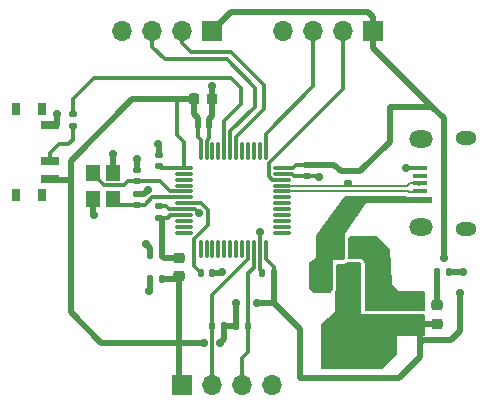
<source format=gbr>
%TF.GenerationSoftware,KiCad,Pcbnew,8.0.5*%
%TF.CreationDate,2024-09-22T14:53:49-07:00*%
%TF.ProjectId,Udemy_STM32_KiCAD_Course,5564656d-795f-4535-944d-33325f4b6943,rev?*%
%TF.SameCoordinates,Original*%
%TF.FileFunction,Copper,L1,Top*%
%TF.FilePolarity,Positive*%
%FSLAX46Y46*%
G04 Gerber Fmt 4.6, Leading zero omitted, Abs format (unit mm)*
G04 Created by KiCad (PCBNEW 8.0.5) date 2024-09-22 14:53:49*
%MOMM*%
%LPD*%
G01*
G04 APERTURE LIST*
G04 Aperture macros list*
%AMRoundRect*
0 Rectangle with rounded corners*
0 $1 Rounding radius*
0 $2 $3 $4 $5 $6 $7 $8 $9 X,Y pos of 4 corners*
0 Add a 4 corners polygon primitive as box body*
4,1,4,$2,$3,$4,$5,$6,$7,$8,$9,$2,$3,0*
0 Add four circle primitives for the rounded corners*
1,1,$1+$1,$2,$3*
1,1,$1+$1,$4,$5*
1,1,$1+$1,$6,$7*
1,1,$1+$1,$8,$9*
0 Add four rect primitives between the rounded corners*
20,1,$1+$1,$2,$3,$4,$5,0*
20,1,$1+$1,$4,$5,$6,$7,0*
20,1,$1+$1,$6,$7,$8,$9,0*
20,1,$1+$1,$8,$9,$2,$3,0*%
G04 Aperture macros list end*
%TA.AperFunction,SMDPad,CuDef*%
%ADD10R,0.800000X1.000000*%
%TD*%
%TA.AperFunction,SMDPad,CuDef*%
%ADD11R,1.500000X0.700000*%
%TD*%
%TA.AperFunction,SMDPad,CuDef*%
%ADD12R,1.200000X1.400000*%
%TD*%
%TA.AperFunction,SMDPad,CuDef*%
%ADD13RoundRect,0.375000X-0.375000X0.625000X-0.375000X-0.625000X0.375000X-0.625000X0.375000X0.625000X0*%
%TD*%
%TA.AperFunction,SMDPad,CuDef*%
%ADD14RoundRect,0.500000X-1.400000X0.500000X-1.400000X-0.500000X1.400000X-0.500000X1.400000X0.500000X0*%
%TD*%
%TA.AperFunction,SMDPad,CuDef*%
%ADD15RoundRect,0.075000X-0.662500X-0.075000X0.662500X-0.075000X0.662500X0.075000X-0.662500X0.075000X0*%
%TD*%
%TA.AperFunction,SMDPad,CuDef*%
%ADD16RoundRect,0.075000X-0.075000X-0.662500X0.075000X-0.662500X0.075000X0.662500X-0.075000X0.662500X0*%
%TD*%
%TA.AperFunction,SMDPad,CuDef*%
%ADD17RoundRect,0.135000X-0.135000X-0.185000X0.135000X-0.185000X0.135000X0.185000X-0.135000X0.185000X0*%
%TD*%
%TA.AperFunction,SMDPad,CuDef*%
%ADD18RoundRect,0.135000X0.135000X0.185000X-0.135000X0.185000X-0.135000X-0.185000X0.135000X-0.185000X0*%
%TD*%
%TA.AperFunction,SMDPad,CuDef*%
%ADD19RoundRect,0.135000X0.185000X-0.135000X0.185000X0.135000X-0.185000X0.135000X-0.185000X-0.135000X0*%
%TD*%
%TA.AperFunction,ComponentPad*%
%ADD20R,1.700000X1.700000*%
%TD*%
%TA.AperFunction,ComponentPad*%
%ADD21O,1.700000X1.700000*%
%TD*%
%TA.AperFunction,ComponentPad*%
%ADD22O,1.800000X1.150000*%
%TD*%
%TA.AperFunction,ComponentPad*%
%ADD23O,2.000000X1.450000*%
%TD*%
%TA.AperFunction,SMDPad,CuDef*%
%ADD24R,1.300000X0.450000*%
%TD*%
%TA.AperFunction,SMDPad,CuDef*%
%ADD25RoundRect,0.218750X0.256250X-0.218750X0.256250X0.218750X-0.256250X0.218750X-0.256250X-0.218750X0*%
%TD*%
%TA.AperFunction,SMDPad,CuDef*%
%ADD26RoundRect,0.218750X-0.256250X0.218750X-0.256250X-0.218750X0.256250X-0.218750X0.256250X0.218750X0*%
%TD*%
%TA.AperFunction,SMDPad,CuDef*%
%ADD27RoundRect,0.140000X0.170000X-0.140000X0.170000X0.140000X-0.170000X0.140000X-0.170000X-0.140000X0*%
%TD*%
%TA.AperFunction,SMDPad,CuDef*%
%ADD28RoundRect,0.140000X-0.140000X-0.170000X0.140000X-0.170000X0.140000X0.170000X-0.140000X0.170000X0*%
%TD*%
%TA.AperFunction,SMDPad,CuDef*%
%ADD29RoundRect,0.140000X0.140000X0.170000X-0.140000X0.170000X-0.140000X-0.170000X0.140000X-0.170000X0*%
%TD*%
%TA.AperFunction,SMDPad,CuDef*%
%ADD30RoundRect,0.140000X-0.170000X0.140000X-0.170000X-0.140000X0.170000X-0.140000X0.170000X0.140000X0*%
%TD*%
%TA.AperFunction,SMDPad,CuDef*%
%ADD31RoundRect,0.225000X-0.225000X-0.250000X0.225000X-0.250000X0.225000X0.250000X-0.225000X0.250000X0*%
%TD*%
%TA.AperFunction,SMDPad,CuDef*%
%ADD32RoundRect,0.250000X0.475000X-0.250000X0.475000X0.250000X-0.475000X0.250000X-0.475000X-0.250000X0*%
%TD*%
%TA.AperFunction,SMDPad,CuDef*%
%ADD33RoundRect,0.250000X-0.250000X-0.475000X0.250000X-0.475000X0.250000X0.475000X-0.250000X0.475000X0*%
%TD*%
%TA.AperFunction,ViaPad*%
%ADD34C,0.700000*%
%TD*%
%TA.AperFunction,Conductor*%
%ADD35C,0.500000*%
%TD*%
%TA.AperFunction,Conductor*%
%ADD36C,0.200000*%
%TD*%
%TA.AperFunction,Conductor*%
%ADD37C,0.300000*%
%TD*%
G04 APERTURE END LIST*
D10*
%TO.P,SW1,*%
%TO.N,*%
X109610000Y-99600000D03*
X107400000Y-99600000D03*
X109610000Y-106900000D03*
X107400000Y-106900000D03*
D11*
%TO.P,SW1,1,A*%
%TO.N,GND*%
X110260000Y-101000000D03*
%TO.P,SW1,2,B*%
%TO.N,/SW_BOOT0*%
X110260000Y-104000000D03*
%TO.P,SW1,3,C*%
%TO.N,+3.3V*%
X110260000Y-105500000D03*
%TD*%
D12*
%TO.P,Y1,4,4*%
%TO.N,GND*%
X115600000Y-105000000D03*
%TO.P,Y1,3,3*%
%TO.N,/HSE_OUT*%
X115600000Y-107200000D03*
%TO.P,Y1,2,2*%
%TO.N,GND*%
X113900000Y-107200000D03*
%TO.P,Y1,1,1*%
%TO.N,/HSE_IN*%
X113900000Y-105000000D03*
%TD*%
D13*
%TO.P,U2,1,GND*%
%TO.N,GND*%
X137800000Y-113850000D03*
%TO.P,U2,2,VO*%
%TO.N,+3.3V*%
X135500000Y-113850000D03*
D14*
X135500000Y-120150000D03*
D13*
%TO.P,U2,3,VI*%
%TO.N,VBUS*%
X133200000Y-113850000D03*
%TD*%
D15*
%TO.P,U1,1,VBAT*%
%TO.N,+3.3V*%
X121587500Y-104587500D03*
%TO.P,U1,2,PC13*%
%TO.N,unconnected-(U1-PC13-Pad2)*%
X121587500Y-105087500D03*
%TO.P,U1,3,PC14*%
%TO.N,unconnected-(U1-PC14-Pad3)*%
X121587500Y-105587500D03*
%TO.P,U1,4,PC15*%
%TO.N,unconnected-(U1-PC15-Pad4)*%
X121587500Y-106087500D03*
%TO.P,U1,5,PD0*%
%TO.N,/HSE_IN*%
X121587500Y-106587500D03*
%TO.P,U1,6,PD1*%
%TO.N,/HSE_OUT*%
X121587500Y-107087500D03*
%TO.P,U1,7,NRST*%
%TO.N,/NRST*%
X121587500Y-107587500D03*
%TO.P,U1,8,VSSA*%
%TO.N,GND*%
X121587500Y-108087500D03*
%TO.P,U1,9,VDDA*%
%TO.N,+3.3VA*%
X121587500Y-108587500D03*
%TO.P,U1,10,PA0*%
%TO.N,unconnected-(U1-PA0-Pad10)*%
X121587500Y-109087500D03*
%TO.P,U1,11,PA1*%
%TO.N,unconnected-(U1-PA1-Pad11)*%
X121587500Y-109587500D03*
%TO.P,U1,12,PA2*%
%TO.N,unconnected-(U1-PA2-Pad12)*%
X121587500Y-110087500D03*
D16*
%TO.P,U1,13,PA3*%
%TO.N,unconnected-(U1-PA3-Pad13)*%
X123000000Y-111500000D03*
%TO.P,U1,14,PA4*%
%TO.N,unconnected-(U1-PA4-Pad14)*%
X123500000Y-111500000D03*
%TO.P,U1,15,PA5*%
%TO.N,unconnected-(U1-PA5-Pad15)*%
X124000000Y-111500000D03*
%TO.P,U1,16,PA6*%
%TO.N,unconnected-(U1-PA6-Pad16)*%
X124500000Y-111500000D03*
%TO.P,U1,17,PA7*%
%TO.N,unconnected-(U1-PA7-Pad17)*%
X125000000Y-111500000D03*
%TO.P,U1,18,PB0*%
%TO.N,unconnected-(U1-PB0-Pad18)*%
X125500000Y-111500000D03*
%TO.P,U1,19,PB1*%
%TO.N,unconnected-(U1-PB1-Pad19)*%
X126000000Y-111500000D03*
%TO.P,U1,20,PB2*%
%TO.N,unconnected-(U1-PB2-Pad20)*%
X126500000Y-111500000D03*
%TO.P,U1,21,PB10*%
%TO.N,/I2C2_SCL*%
X127000000Y-111500000D03*
%TO.P,U1,22,PB11*%
%TO.N,/I2C2_SDA*%
X127500000Y-111500000D03*
%TO.P,U1,23,VSS*%
%TO.N,GND*%
X128000000Y-111500000D03*
%TO.P,U1,24,VDD*%
%TO.N,+3.3V*%
X128500000Y-111500000D03*
D15*
%TO.P,U1,25,PB12*%
%TO.N,unconnected-(U1-PB12-Pad25)*%
X129912500Y-110087500D03*
%TO.P,U1,26,PB13*%
%TO.N,unconnected-(U1-PB13-Pad26)*%
X129912500Y-109587500D03*
%TO.P,U1,27,PB14*%
%TO.N,unconnected-(U1-PB14-Pad27)*%
X129912500Y-109087500D03*
%TO.P,U1,28,PB15*%
%TO.N,unconnected-(U1-PB15-Pad28)*%
X129912500Y-108587500D03*
%TO.P,U1,29,PA8*%
%TO.N,unconnected-(U1-PA8-Pad29)*%
X129912500Y-108087500D03*
%TO.P,U1,30,PA9*%
%TO.N,unconnected-(U1-PA9-Pad30)*%
X129912500Y-107587500D03*
%TO.P,U1,31,PA10*%
%TO.N,unconnected-(U1-PA10-Pad31)*%
X129912500Y-107087500D03*
%TO.P,U1,32,PA11*%
%TO.N,/USB_D-*%
X129912500Y-106587500D03*
%TO.P,U1,33,PA12*%
%TO.N,/USB_D+*%
X129912500Y-106087500D03*
%TO.P,U1,34,PA13*%
%TO.N,/SW_DIO*%
X129912500Y-105587500D03*
%TO.P,U1,35,VSS*%
%TO.N,GND*%
X129912500Y-105087500D03*
%TO.P,U1,36,VDD*%
%TO.N,+3.3V*%
X129912500Y-104587500D03*
D16*
%TO.P,U1,37,PA14*%
%TO.N,/SW_CLK*%
X128500000Y-103175000D03*
%TO.P,U1,38,PA15*%
%TO.N,unconnected-(U1-PA15-Pad38)*%
X128000000Y-103175000D03*
%TO.P,U1,39,PB3*%
%TO.N,unconnected-(U1-PB3-Pad39)*%
X127500000Y-103175000D03*
%TO.P,U1,40,PB4*%
%TO.N,unconnected-(U1-PB4-Pad40)*%
X127000000Y-103175000D03*
%TO.P,U1,41,PB5*%
%TO.N,unconnected-(U1-PB5-Pad41)*%
X126500000Y-103175000D03*
%TO.P,U1,42,PB6*%
%TO.N,/USART1_TX*%
X126000000Y-103175000D03*
%TO.P,U1,43,PB7*%
%TO.N,/USART1_RX*%
X125500000Y-103175000D03*
%TO.P,U1,44,BOOT0*%
%TO.N,/BOOT0*%
X125000000Y-103175000D03*
%TO.P,U1,45,PB8*%
%TO.N,unconnected-(U1-PB8-Pad45)*%
X124500000Y-103175000D03*
%TO.P,U1,46,PB9*%
%TO.N,unconnected-(U1-PB9-Pad46)*%
X124000000Y-103175000D03*
%TO.P,U1,47,VSS*%
%TO.N,GND*%
X123500000Y-103175000D03*
%TO.P,U1,48,VDD*%
%TO.N,+3.3V*%
X123000000Y-103175000D03*
%TD*%
D17*
%TO.P,R5,1*%
%TO.N,+3.3V*%
X126000000Y-118000000D03*
%TO.P,R5,2*%
%TO.N,/I2C2_SDA*%
X127020000Y-118000000D03*
%TD*%
D18*
%TO.P,R4,1*%
%TO.N,+3.3V*%
X125000000Y-118000000D03*
%TO.P,R4,2*%
%TO.N,/I2C2_SCL*%
X123980000Y-118000000D03*
%TD*%
D19*
%TO.P,R3,1*%
%TO.N,/USB_D+*%
X135500000Y-105910000D03*
%TO.P,R3,2*%
%TO.N,+3.3V*%
X135500000Y-104890000D03*
%TD*%
%TO.P,R2,1*%
%TO.N,/SW_BOOT0*%
X112200000Y-101020000D03*
%TO.P,R2,2*%
%TO.N,/BOOT0*%
X112200000Y-100000000D03*
%TD*%
D17*
%TO.P,R1,2*%
%TO.N,GND*%
X144020000Y-113400000D03*
%TO.P,R1,1*%
%TO.N,/PWR__LED_K*%
X143000000Y-113400000D03*
%TD*%
D20*
%TO.P,J4,1,Pin_1*%
%TO.N,+3.3V*%
X121400000Y-123000000D03*
D21*
%TO.P,J4,2,Pin_2*%
%TO.N,/I2C2_SCL*%
X123940000Y-123000000D03*
%TO.P,J4,3,Pin_3*%
%TO.N,/I2C2_SDA*%
X126480000Y-123000000D03*
%TO.P,J4,4,Pin_4*%
%TO.N,GND*%
X129020000Y-123000000D03*
%TD*%
%TO.P,J3,4,Pin_4*%
%TO.N,GND*%
X130000000Y-93000000D03*
%TO.P,J3,3,Pin_3*%
%TO.N,/SW_CLK*%
X132540000Y-93000000D03*
%TO.P,J3,2,Pin_2*%
%TO.N,/SW_DIO*%
X135080000Y-93000000D03*
D20*
%TO.P,J3,1,Pin_1*%
%TO.N,+3.3V*%
X137620000Y-93000000D03*
%TD*%
D21*
%TO.P,J2,4,Pin_4*%
%TO.N,GND*%
X116380000Y-93000000D03*
%TO.P,J2,3,Pin_3*%
%TO.N,/USART1_RX*%
X118920000Y-93000000D03*
%TO.P,J2,2,Pin_2*%
%TO.N,/USART1_TX*%
X121460000Y-93000000D03*
D20*
%TO.P,J2,1,Pin_1*%
%TO.N,+3.3V*%
X124000000Y-93000000D03*
%TD*%
D22*
%TO.P,J1,6,Shield*%
%TO.N,unconnected-(J1-Shield-Pad6)_2*%
X145450000Y-102025000D03*
D23*
%TO.N,unconnected-(J1-Shield-Pad6)_1*%
X141650000Y-102175000D03*
%TO.N,unconnected-(J1-Shield-Pad6)*%
X141650000Y-109625000D03*
D22*
%TO.N,unconnected-(J1-Shield-Pad6)_3*%
X145450000Y-109775000D03*
D24*
%TO.P,J1,5,GND*%
%TO.N,GND*%
X141600000Y-104600000D03*
%TO.P,J1,4,ID*%
%TO.N,unconnected-(J1-ID-Pad4)*%
X141600000Y-105250000D03*
%TO.P,J1,3,D+*%
%TO.N,/USB_D+*%
X141600000Y-105900000D03*
%TO.P,J1,2,D-*%
%TO.N,/USB_D-*%
X141600000Y-106550000D03*
%TO.P,J1,1,VBUS*%
%TO.N,VBUS*%
X141600000Y-107200000D03*
%TD*%
D25*
%TO.P,FB1,2*%
%TO.N,+3.3VA*%
X121200000Y-112212500D03*
%TO.P,FB1,1*%
%TO.N,+3.3V*%
X121200000Y-113787500D03*
%TD*%
D26*
%TO.P,D1,1,K*%
%TO.N,/PWR__LED_K*%
X143000000Y-116212500D03*
%TO.P,D1,2,A*%
%TO.N,+3.3V*%
X143000000Y-117787500D03*
%TD*%
D27*
%TO.P,C13,1*%
%TO.N,/HSE_OUT*%
X117600000Y-107750000D03*
%TO.P,C13,2*%
%TO.N,GND*%
X117600000Y-106790000D03*
%TD*%
%TO.P,C12,1*%
%TO.N,/HSE_IN*%
X117600000Y-105730000D03*
%TO.P,C12,2*%
%TO.N,GND*%
X117600000Y-104770000D03*
%TD*%
D28*
%TO.P,C11,1*%
%TO.N,/NRST*%
X123020000Y-113500000D03*
%TO.P,C11,2*%
%TO.N,GND*%
X123980000Y-113500000D03*
%TD*%
D29*
%TO.P,C10,1*%
%TO.N,+3.3V*%
X119700000Y-114000000D03*
%TO.P,C10,2*%
%TO.N,GND*%
X118740000Y-114000000D03*
%TD*%
%TO.P,C9,2*%
%TO.N,GND*%
X118740000Y-112000000D03*
%TO.P,C9,1*%
%TO.N,+3.3VA*%
X119700000Y-112000000D03*
%TD*%
D27*
%TO.P,C8,1*%
%TO.N,+3.3VA*%
X119500000Y-108800000D03*
%TO.P,C8,2*%
%TO.N,GND*%
X119500000Y-107840000D03*
%TD*%
D28*
%TO.P,C7,1*%
%TO.N,+3.3V*%
X122770000Y-101000000D03*
%TO.P,C7,2*%
%TO.N,GND*%
X123730000Y-101000000D03*
%TD*%
D29*
%TO.P,C6,1*%
%TO.N,+3.3V*%
X129200000Y-113500000D03*
%TO.P,C6,2*%
%TO.N,GND*%
X128240000Y-113500000D03*
%TD*%
D30*
%TO.P,C5,1*%
%TO.N,+3.3V*%
X132000000Y-104320000D03*
%TO.P,C5,2*%
%TO.N,GND*%
X132000000Y-105280000D03*
%TD*%
D27*
%TO.P,C4,1*%
%TO.N,+3.3V*%
X119500000Y-104460000D03*
%TO.P,C4,2*%
%TO.N,GND*%
X119500000Y-103500000D03*
%TD*%
D31*
%TO.P,C3,1*%
%TO.N,+3.3V*%
X122450000Y-98800000D03*
%TO.P,C3,2*%
%TO.N,GND*%
X124000000Y-98800000D03*
%TD*%
D32*
%TO.P,C2,1*%
%TO.N,+3.3V*%
X140200000Y-117800000D03*
%TO.P,C2,2*%
%TO.N,GND*%
X140200000Y-115900000D03*
%TD*%
D33*
%TO.P,C1,1*%
%TO.N,VBUS*%
X134300000Y-111350000D03*
%TO.P,C1,2*%
%TO.N,GND*%
X136200000Y-111350000D03*
%TD*%
D34*
%TO.N,GND*%
X124000000Y-97700000D03*
X114000000Y-108600000D03*
X115600000Y-103400000D03*
%TO.N,+3.3V*%
X145000000Y-115200000D03*
X143600000Y-112200000D03*
X123280000Y-119400000D03*
X124680000Y-119400000D03*
X126000000Y-116000000D03*
X127800000Y-116000000D03*
%TO.N,GND*%
X141600000Y-115800000D03*
X138400000Y-115600000D03*
X137400000Y-115600000D03*
X137600000Y-112000000D03*
X137600000Y-111000000D03*
X140400000Y-104600000D03*
X110800000Y-100000000D03*
X118534733Y-106498184D03*
X145200000Y-113400000D03*
X117600000Y-103800000D03*
X118400000Y-111000000D03*
X118600000Y-115000000D03*
X133000000Y-105400000D03*
X122863480Y-108393030D03*
X124800000Y-113400000D03*
X128000000Y-110000000D03*
X119400000Y-102600000D03*
%TD*%
D35*
%TO.N,+3.3VA*%
X119700000Y-109000000D02*
X119500000Y-108800000D01*
X119700000Y-112000000D02*
X119700000Y-109000000D01*
X119912500Y-112212500D02*
X119700000Y-112000000D01*
X121200000Y-112212500D02*
X119912500Y-112212500D01*
%TO.N,+3.3V*%
X121200000Y-122800000D02*
X121400000Y-123000000D01*
X121200000Y-113787500D02*
X121200000Y-122800000D01*
X120987500Y-114000000D02*
X121200000Y-113787500D01*
X119700000Y-114000000D02*
X120987500Y-114000000D01*
X125000000Y-119080000D02*
X124680000Y-119400000D01*
X125000000Y-118000000D02*
X125000000Y-119080000D01*
X126000000Y-118000000D02*
X125000000Y-118000000D01*
X126000000Y-116000000D02*
X126000000Y-118000000D01*
%TO.N,GND*%
X124000000Y-98800000D02*
X124000000Y-97700000D01*
X113900000Y-108500000D02*
X114000000Y-108600000D01*
X113900000Y-107200000D02*
X113900000Y-108500000D01*
X115600000Y-105000000D02*
X115600000Y-103400000D01*
D36*
%TO.N,/USB_D+*%
X140700316Y-105900000D02*
X141600000Y-105900000D01*
X140487816Y-106112500D02*
X140700316Y-105900000D01*
%TO.N,/USB_D-*%
X140675000Y-106675000D02*
X141475000Y-106675000D01*
X141475000Y-106675000D02*
X141600000Y-106550000D01*
X140562500Y-106562500D02*
X140675000Y-106675000D01*
X131043751Y-106562500D02*
X140562500Y-106562500D01*
X131018751Y-106587500D02*
X131043751Y-106562500D01*
X129912500Y-106587500D02*
X131018751Y-106587500D01*
%TO.N,/USB_D+*%
X141475000Y-106025000D02*
X141600000Y-105900000D01*
X131043751Y-106112500D02*
X140487816Y-106112500D01*
X131018751Y-106087500D02*
X131043751Y-106112500D01*
X129912500Y-106087500D02*
X131018751Y-106087500D01*
D35*
%TO.N,+3.3V*%
X134320000Y-104320000D02*
X132000000Y-104320000D01*
X134890000Y-104890000D02*
X134320000Y-104320000D01*
X135500000Y-104890000D02*
X134890000Y-104890000D01*
X139000000Y-102400000D02*
X136510000Y-104890000D01*
X139000000Y-99400000D02*
X139000000Y-102400000D01*
X142600000Y-99400000D02*
X139000000Y-99400000D01*
X142600000Y-99400000D02*
X143600000Y-100400000D01*
X137620000Y-94420000D02*
X142600000Y-99400000D01*
X136510000Y-104890000D02*
X135500000Y-104890000D01*
X141800000Y-119200000D02*
X141600000Y-119400000D01*
X144200000Y-119200000D02*
X141800000Y-119200000D01*
X145000000Y-118400000D02*
X144200000Y-119200000D01*
X145000000Y-115200000D02*
X145000000Y-118400000D01*
X141600000Y-119400000D02*
X141600000Y-117800000D01*
X141600000Y-120600000D02*
X141600000Y-119400000D01*
X143600000Y-100400000D02*
X143600000Y-112200000D01*
%TO.N,/PWR__LED_K*%
X143000000Y-113400000D02*
X143000000Y-116212500D01*
%TO.N,GND*%
X145200000Y-113400000D02*
X144020000Y-113400000D01*
%TO.N,+3.3V*%
X137620000Y-91820000D02*
X137620000Y-93000000D01*
X137200000Y-91400000D02*
X137620000Y-91820000D01*
X125600000Y-91400000D02*
X137200000Y-91400000D01*
X124000000Y-93000000D02*
X125600000Y-91400000D01*
D37*
X121000000Y-101800000D02*
X121000000Y-98800000D01*
X121587500Y-102387500D02*
X121000000Y-101800000D01*
X121587500Y-104587500D02*
X121587500Y-102387500D01*
D35*
X117200000Y-98800000D02*
X121000000Y-98800000D01*
X121000000Y-98800000D02*
X122450000Y-98800000D01*
X112000000Y-104000000D02*
X117200000Y-98800000D01*
X112000000Y-105600000D02*
X112000000Y-104000000D01*
D37*
%TO.N,/BOOT0*%
X112200000Y-98800000D02*
X112200000Y-100000000D01*
%TO.N,/SW_BOOT0*%
X111000000Y-102600000D02*
X110260000Y-103340000D01*
X110260000Y-103340000D02*
X110260000Y-104000000D01*
X111800000Y-102600000D02*
X111000000Y-102600000D01*
X112200000Y-102200000D02*
X111800000Y-102600000D01*
X112200000Y-101020000D02*
X112200000Y-102200000D01*
D35*
%TO.N,+3.3V*%
X110360000Y-105600000D02*
X110260000Y-105500000D01*
X112000000Y-105600000D02*
X110360000Y-105600000D01*
X112000000Y-116800000D02*
X112000000Y-105600000D01*
X123280000Y-119400000D02*
X114600000Y-119400000D01*
X114600000Y-119400000D02*
X112000000Y-116800000D01*
X129200000Y-116000000D02*
X127800000Y-116000000D01*
X139800000Y-122400000D02*
X141600000Y-120600000D01*
X131400000Y-122400000D02*
X139800000Y-122400000D01*
X131400000Y-118200000D02*
X131400000Y-122400000D01*
X129200000Y-116000000D02*
X131400000Y-118200000D01*
X141600000Y-117800000D02*
X142987500Y-117800000D01*
X140200000Y-117800000D02*
X141600000Y-117800000D01*
X129200000Y-113500000D02*
X129200000Y-116000000D01*
X142987500Y-117800000D02*
X143000000Y-117787500D01*
D37*
%TO.N,GND*%
X141600000Y-104600000D02*
X140400000Y-104600000D01*
D35*
X110800000Y-101000000D02*
X110800000Y-100000000D01*
X110260000Y-101000000D02*
X110800000Y-101000000D01*
X118242917Y-106790000D02*
X118534733Y-106498184D01*
X117600000Y-106790000D02*
X118242917Y-106790000D01*
X117600000Y-104770000D02*
X117600000Y-103800000D01*
X118740000Y-111340000D02*
X118400000Y-111000000D01*
X118740000Y-112000000D02*
X118740000Y-111340000D01*
X118740000Y-114860000D02*
X118600000Y-115000000D01*
X118740000Y-114000000D02*
X118740000Y-114860000D01*
D37*
X132880000Y-105280000D02*
X133000000Y-105400000D01*
X132000000Y-105280000D02*
X132880000Y-105280000D01*
%TO.N,/NRST*%
X122400000Y-112880000D02*
X123020000Y-113500000D01*
X123600000Y-108139600D02*
X123600000Y-109415620D01*
X122400000Y-110615620D02*
X122400000Y-112880000D01*
X123047900Y-107587500D02*
X123600000Y-108139600D01*
X123600000Y-109415620D02*
X122400000Y-110615620D01*
X121587500Y-107587500D02*
X123047900Y-107587500D01*
%TO.N,GND*%
X122557950Y-108087500D02*
X122863480Y-108393030D01*
X121587500Y-108087500D02*
X122557950Y-108087500D01*
D35*
X124700000Y-113500000D02*
X124800000Y-113400000D01*
X123980000Y-113500000D02*
X124700000Y-113500000D01*
D37*
X128000000Y-111500000D02*
X128000000Y-110000000D01*
D35*
X119500000Y-102700000D02*
X119400000Y-102600000D01*
X119500000Y-103500000D02*
X119500000Y-102700000D01*
D37*
X128000000Y-111500000D02*
X128000000Y-113260000D01*
X128000000Y-113260000D02*
X128240000Y-113500000D01*
%TO.N,/I2C2_SDA*%
X126480000Y-120720000D02*
X126480000Y-123000000D01*
X127020000Y-118000000D02*
X127020000Y-120180000D01*
X127020000Y-120180000D02*
X126480000Y-120720000D01*
%TO.N,/I2C2_SCL*%
X123980000Y-122960000D02*
X123940000Y-123000000D01*
X123980000Y-118000000D02*
X123980000Y-122960000D01*
%TO.N,+3.3V*%
X129200000Y-113000000D02*
X129200000Y-113500000D01*
X128500000Y-112300000D02*
X129200000Y-113000000D01*
X128500000Y-111500000D02*
X128500000Y-112300000D01*
%TO.N,/I2C2_SDA*%
X127020000Y-113513154D02*
X127020000Y-118000000D01*
X127500000Y-113033154D02*
X127020000Y-113513154D01*
X127500000Y-111500000D02*
X127500000Y-113033154D01*
%TO.N,/I2C2_SCL*%
X123980000Y-115360620D02*
X123980000Y-118000000D01*
X127000000Y-112340620D02*
X123980000Y-115360620D01*
X127000000Y-111500000D02*
X127000000Y-112340620D01*
%TO.N,/SW_BOOT0*%
X110280000Y-104020000D02*
X110260000Y-104000000D01*
%TO.N,/BOOT0*%
X125600000Y-97000000D02*
X114000000Y-97000000D01*
X126400000Y-97800000D02*
X125600000Y-97000000D01*
X126400000Y-99200000D02*
X126400000Y-97800000D01*
X125000000Y-103175000D02*
X125000000Y-100600000D01*
X125000000Y-100600000D02*
X126400000Y-99200000D01*
X114000000Y-97000000D02*
X112200000Y-98800000D01*
%TO.N,/USART1_RX*%
X118920000Y-94320000D02*
X118920000Y-93000000D01*
X120000000Y-95400000D02*
X118920000Y-94320000D01*
X125200000Y-95400000D02*
X120000000Y-95400000D01*
X127600000Y-97800000D02*
X125200000Y-95400000D01*
X127600000Y-99400000D02*
X127600000Y-97800000D01*
X125500000Y-101500000D02*
X127600000Y-99400000D01*
X125500000Y-103175000D02*
X125500000Y-101500000D01*
%TO.N,/USART1_TX*%
X121460000Y-94060000D02*
X121460000Y-93000000D01*
X122200000Y-94800000D02*
X121460000Y-94060000D01*
X128400000Y-99600000D02*
X128400000Y-97600000D01*
X126000000Y-102000000D02*
X128400000Y-99600000D01*
X125600000Y-94800000D02*
X122200000Y-94800000D01*
X126000000Y-103175000D02*
X126000000Y-102000000D01*
X128400000Y-97600000D02*
X125600000Y-94800000D01*
%TO.N,/SW_DIO*%
X135080000Y-97935620D02*
X135080000Y-93000000D01*
X128800000Y-104215620D02*
X135080000Y-97935620D01*
X129071880Y-105587500D02*
X128800000Y-105315620D01*
X128800000Y-105315620D02*
X128800000Y-104215620D01*
X129912500Y-105587500D02*
X129071880Y-105587500D01*
%TO.N,/SW_CLK*%
X132540000Y-97660000D02*
X132540000Y-93000000D01*
X128500000Y-103175000D02*
X128500000Y-101700000D01*
X128500000Y-101700000D02*
X132540000Y-97660000D01*
D36*
%TO.N,/USB_D+*%
X141175000Y-105950000D02*
X141600000Y-105950000D01*
D37*
%TO.N,/HSE_IN*%
X114850000Y-106050000D02*
X113900000Y-105100000D01*
X116550000Y-106050000D02*
X114850000Y-106050000D01*
X113900000Y-105100000D02*
X113900000Y-105000000D01*
X117600000Y-105730000D02*
X116870000Y-105730000D01*
X116870000Y-105730000D02*
X116550000Y-106050000D01*
X119530000Y-105730000D02*
X117600000Y-105730000D01*
X120387500Y-106587500D02*
X119530000Y-105730000D01*
X121587500Y-106587500D02*
X120387500Y-106587500D01*
%TO.N,/HSE_OUT*%
X116150000Y-107750000D02*
X115600000Y-107200000D01*
X117600000Y-107750000D02*
X116150000Y-107750000D01*
X118250000Y-107750000D02*
X117600000Y-107750000D01*
X118912500Y-107087500D02*
X118250000Y-107750000D01*
X121587500Y-107087500D02*
X118912500Y-107087500D01*
%TO.N,+3.3V*%
X119627500Y-104587500D02*
X119500000Y-104460000D01*
X121587500Y-104587500D02*
X119627500Y-104587500D01*
%TO.N,GND*%
X130945620Y-105280000D02*
X132000000Y-105280000D01*
X130753120Y-105087500D02*
X130945620Y-105280000D01*
X129912500Y-105087500D02*
X130753120Y-105087500D01*
%TO.N,+3.3V*%
X131080000Y-104320000D02*
X132000000Y-104320000D01*
X130812500Y-104587500D02*
X131080000Y-104320000D01*
X129912500Y-104587500D02*
X130812500Y-104587500D01*
%TO.N,GND*%
X120040000Y-107840000D02*
X119500000Y-107840000D01*
X121587500Y-108087500D02*
X120287500Y-108087500D01*
X120287500Y-108087500D02*
X120040000Y-107840000D01*
%TO.N,+3.3VA*%
X120200000Y-108800000D02*
X119500000Y-108800000D01*
X120412500Y-108587500D02*
X120200000Y-108800000D01*
X121587500Y-108587500D02*
X120412500Y-108587500D01*
D35*
%TO.N,GND*%
X123730000Y-100470000D02*
X124000000Y-100200000D01*
X123730000Y-101000000D02*
X123730000Y-100470000D01*
X124000000Y-100200000D02*
X124000000Y-98800000D01*
%TO.N,+3.3V*%
X122770000Y-100370000D02*
X122450000Y-100050000D01*
X122770000Y-101000000D02*
X122770000Y-100370000D01*
X122450000Y-100050000D02*
X122450000Y-98800000D01*
D37*
%TO.N,GND*%
X123730000Y-102070000D02*
X123730000Y-101000000D01*
X123500000Y-102300000D02*
X123730000Y-102070000D01*
X123500000Y-103175000D02*
X123500000Y-102300000D01*
%TO.N,+3.3V*%
X122770000Y-101970000D02*
X122770000Y-101000000D01*
X123000000Y-103175000D02*
X123000000Y-102200000D01*
X123000000Y-102200000D02*
X122770000Y-101970000D01*
D35*
X137620000Y-93000000D02*
X137620000Y-94420000D01*
%TD*%
%TA.AperFunction,Conductor*%
%TO.N,GND*%
G36*
X138015677Y-110419685D02*
G01*
X138036319Y-110436319D01*
X138967055Y-111367055D01*
X139000540Y-111428378D01*
X139003099Y-111446488D01*
X139199999Y-114399999D01*
X139200000Y-114400000D01*
X139800000Y-115000000D01*
X141876000Y-115000000D01*
X141943039Y-115019685D01*
X141988794Y-115072489D01*
X142000000Y-115124000D01*
X142000000Y-116570500D01*
X141980315Y-116637539D01*
X141927511Y-116683294D01*
X141876000Y-116694500D01*
X137029500Y-116694500D01*
X136962461Y-116674815D01*
X136916706Y-116622011D01*
X136905500Y-116570500D01*
X136905500Y-112724010D01*
X136905500Y-112724000D01*
X136898518Y-112659059D01*
X136887312Y-112607548D01*
X136876354Y-112569342D01*
X136819675Y-112472429D01*
X136773920Y-112419625D01*
X136773918Y-112419623D01*
X136773908Y-112419612D01*
X136729192Y-112377451D01*
X136729189Y-112377449D01*
X136729187Y-112377447D01*
X136629111Y-112326561D01*
X136629110Y-112326560D01*
X136629109Y-112326560D01*
X136562078Y-112306877D01*
X136562072Y-112306876D01*
X136476000Y-112294500D01*
X136475997Y-112294500D01*
X135629500Y-112294500D01*
X135562461Y-112274815D01*
X135516706Y-112222011D01*
X135505500Y-112170500D01*
X135505500Y-110524000D01*
X135525185Y-110456961D01*
X135577989Y-110411206D01*
X135629500Y-110400000D01*
X137948638Y-110400000D01*
X138015677Y-110419685D01*
G37*
%TD.AperFunction*%
%TD*%
%TA.AperFunction,Conductor*%
%TO.N,VBUS*%
G36*
X140465689Y-107016613D02*
G01*
X140520408Y-107048205D01*
X140520409Y-107048205D01*
X140520412Y-107048207D01*
X140622273Y-107075500D01*
X140622275Y-107075500D01*
X141552390Y-107075500D01*
X141552394Y-107075499D01*
X142294856Y-107075499D01*
X142294864Y-107075499D01*
X142294879Y-107075497D01*
X142294882Y-107075497D01*
X142319987Y-107072586D01*
X142319987Y-107072585D01*
X142319991Y-107072585D01*
X142422765Y-107027206D01*
X142422766Y-107027204D01*
X142425913Y-107025815D01*
X142495191Y-107016743D01*
X142558377Y-107046566D01*
X142595408Y-107105815D01*
X142600000Y-107139249D01*
X142600000Y-107476000D01*
X142580315Y-107543039D01*
X142527511Y-107588794D01*
X142476000Y-107600000D01*
X136999999Y-107600000D01*
X135200000Y-110200000D01*
X135200000Y-112276000D01*
X135180315Y-112343039D01*
X135127511Y-112388794D01*
X135076000Y-112400000D01*
X134200000Y-112400000D01*
X134200000Y-114770728D01*
X134186909Y-114826182D01*
X134181841Y-114836319D01*
X134034273Y-115131454D01*
X133986686Y-115182613D01*
X133923364Y-115200000D01*
X132651362Y-115200000D01*
X132584323Y-115180315D01*
X132563681Y-115163681D01*
X132236319Y-114836319D01*
X132202834Y-114774996D01*
X132200000Y-114748638D01*
X132200000Y-112666362D01*
X132219685Y-112599323D01*
X132255215Y-112563189D01*
X132800000Y-112200000D01*
X132800000Y-110241333D01*
X132819685Y-110174294D01*
X132824800Y-110166933D01*
X135162800Y-107049600D01*
X135218771Y-107007779D01*
X135262000Y-107000000D01*
X140403689Y-107000000D01*
X140465689Y-107016613D01*
G37*
%TD.AperFunction*%
%TD*%
%TA.AperFunction,Conductor*%
%TO.N,+3.3V*%
G36*
X136543039Y-112619685D02*
G01*
X136588794Y-112672489D01*
X136600000Y-112724000D01*
X136600000Y-117000000D01*
X141876000Y-117000000D01*
X141943039Y-117019685D01*
X141988794Y-117072489D01*
X142000000Y-117124000D01*
X142000000Y-118676000D01*
X141980315Y-118743039D01*
X141927511Y-118788794D01*
X141876000Y-118800000D01*
X139600000Y-118800000D01*
X139600000Y-120348638D01*
X139580315Y-120415677D01*
X139563681Y-120436319D01*
X138436319Y-121563681D01*
X138374996Y-121597166D01*
X138348638Y-121600000D01*
X133324000Y-121600000D01*
X133256961Y-121580315D01*
X133211206Y-121527511D01*
X133200000Y-121476000D01*
X133200000Y-117858078D01*
X133219685Y-117791039D01*
X133244617Y-117762819D01*
X134400000Y-116800000D01*
X134400000Y-115112391D01*
X134413091Y-115056936D01*
X134415389Y-115052340D01*
X134455088Y-114972943D01*
X134455094Y-114972932D01*
X134460162Y-114962795D01*
X134484236Y-114896372D01*
X134497327Y-114840918D01*
X134505500Y-114770728D01*
X134505500Y-112829500D01*
X134525185Y-112762461D01*
X134577989Y-112716706D01*
X134629500Y-112705500D01*
X135075990Y-112705500D01*
X135076000Y-112705500D01*
X135140941Y-112698518D01*
X135192452Y-112687312D01*
X135230658Y-112676354D01*
X135280822Y-112647015D01*
X135332211Y-112616962D01*
X135394811Y-112600000D01*
X136476000Y-112600000D01*
X136543039Y-112619685D01*
G37*
%TD.AperFunction*%
%TD*%
M02*

</source>
